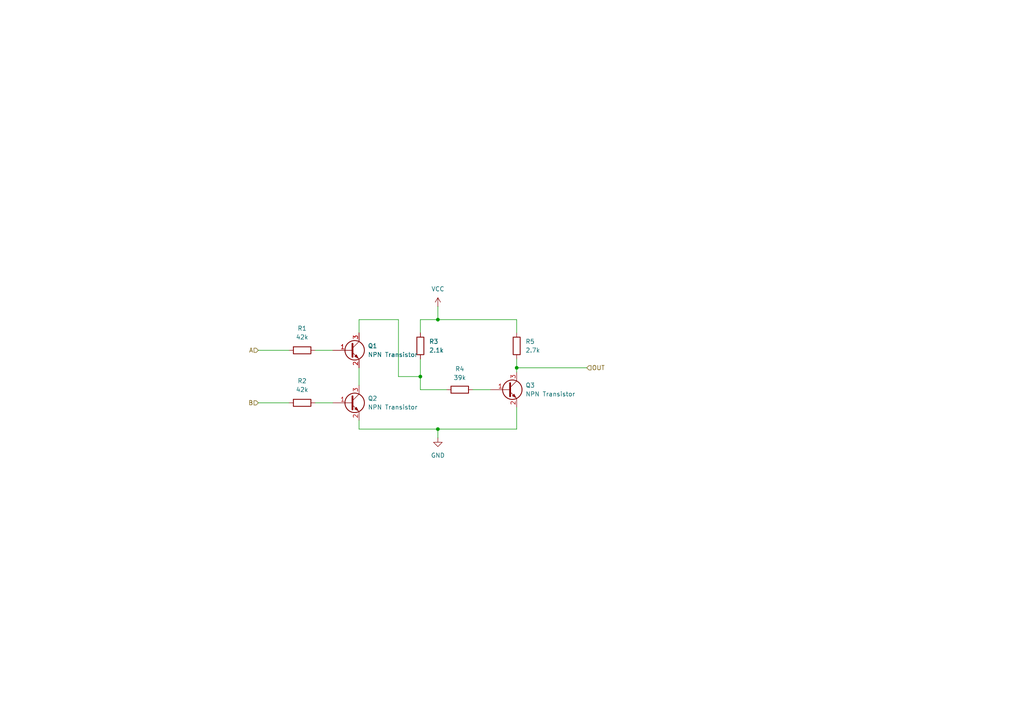
<source format=kicad_sch>
(kicad_sch (version 20231120) (generator "eeschema") (generator_version "8.0")
  (paper "A4")
  (lib_symbols
    (symbol "Device:R" (pin_numbers hide) (pin_names (offset 0))
      (property "Reference" "R" (at 2.032 0 90))
      (property "Value" "R" (at 0 0 90))
      (symbol "R_0_1"
        (rectangle (start -1.016 -2.54) (end 1.016 2.54) (stroke (width 0.254)))
      )
      (symbol "R_1_1"
        (pin passive line (at 0 3.81 270) (length 1.27) (name "~") (number "1"))
        (pin passive line (at 0 -3.81 90) (length 1.27) (name "~") (number "2"))
      )
    )
    (symbol "Transistor_BJT:BC846" (pin_names (offset 0) hide)
      (property "Reference" "Q" (at 5.08 1.905 0))
      (property "Value" "BC846" (at 5.08 0 0))
      (symbol "BC846_0_1"
        (polyline (pts (xy 0.635 0.635) (xy 2.54 2.54)))
        (polyline (pts (xy 0.635 -0.635) (xy 2.54 -2.54) (xy 2.54 -2.54)))
        (polyline (pts (xy 0.635 1.905) (xy 0.635 -1.905) (xy 0.635 -1.905)) (stroke (width 0.508)))
        (polyline (pts (xy 1.27 -1.778) (xy 1.778 -1.27) (xy 2.286 -2.286) (xy 1.27 -1.778) (xy 1.27 -1.778)) (fill (type outline)))
        (circle (center 1.27 0) (radius 2.8194) (stroke (width 0.254)))
      )
      (symbol "BC846_1_1"
        (pin input line (at -5.08 0 0) (length 5.715) (name "B") (number "1"))
        (pin passive line (at 2.54 -5.08 90) (length 2.54) (name "E") (number "2"))
        (pin passive line (at 2.54 5.08 270) (length 2.54) (name "C") (number "3"))
      )
    )
    (symbol "power:GND" (power) (pin_numbers hide) (pin_names (offset 0) hide)
      (property "Value" "GND" (at 0 -3.81 0))
      (symbol "GND_0_1"
        (polyline (pts (xy 0 0) (xy 0 -1.27) (xy 1.27 -1.27) (xy 0 -2.54) (xy -1.27 -1.27) (xy 0 -1.27)))
      )
      (symbol "GND_1_1"
        (pin power_in line (at 0 0 270) (length 0) (name "~") (number "1"))
      )
    )
    (symbol "power:VCC" (power) (pin_numbers hide) (pin_names (offset 0) hide)
      (property "Value" "VCC" (at 0 3.556 0))
      (symbol "VCC_0_1"
        (polyline (pts (xy -0.762 1.27) (xy 0 2.54)))
        (polyline (pts (xy 0 0) (xy 0 2.54)))
        (polyline (pts (xy 0 2.54) (xy 0.762 1.27)))
      )
      (symbol "VCC_1_1"
        (pin power_in line (at 0 0 90) (length 0) (name "~") (number "1"))
      )
    )
  )
  (junction (at 127 124.46))
  (junction (at 149.86 106.68))
  (junction (at 121.92 109.22))
  (junction (at 127 92.71))
  (wire (pts (xy 121.92 92.71) (xy 121.92 96.52)))
  (wire (pts (xy 115.57 109.22) (xy 121.92 109.22)))
  (wire (pts (xy 104.14 106.68) (xy 104.14 111.76)))
  (wire (pts (xy 149.86 106.68) (xy 149.86 107.95)))
  (wire (pts (xy 121.92 109.22) (xy 121.92 104.14)))
  (wire (pts (xy 127 124.46) (xy 104.14 124.46)))
  (wire (pts (xy 115.57 92.71) (xy 115.57 109.22)))
  (wire (pts (xy 74.93 101.6) (xy 83.82 101.6)))
  (wire (pts (xy 127 88.9) (xy 127 92.71)))
  (wire (pts (xy 104.14 92.71) (xy 115.57 92.71)))
  (wire (pts (xy 127 92.71) (xy 149.86 92.71)))
  (wire (pts (xy 104.14 121.92) (xy 104.14 124.46)))
  (wire (pts (xy 137.16 113.03) (xy 142.24 113.03)))
  (wire (pts (xy 149.86 92.71) (xy 149.86 96.52)))
  (wire (pts (xy 127 124.46) (xy 127 127)))
  (wire (pts (xy 91.44 116.84) (xy 96.52 116.84)))
  (wire (pts (xy 121.92 92.71) (xy 127 92.71)))
  (wire (pts (xy 127 124.46) (xy 149.86 124.46)))
  (wire (pts (xy 121.92 113.03) (xy 121.92 109.22)))
  (wire (pts (xy 121.92 113.03) (xy 129.54 113.03)))
  (wire (pts (xy 74.93 116.84) (xy 83.82 116.84)))
  (wire (pts (xy 149.86 106.68) (xy 170.18 106.68)))
  (wire (pts (xy 149.86 104.14) (xy 149.86 106.68)))
  (wire (pts (xy 104.14 96.52) (xy 104.14 92.71)))
  (wire (pts (xy 91.44 101.6) (xy 96.52 101.6)))
  (wire (pts (xy 149.86 124.46) (xy 149.86 118.11)))
  (hierarchical_label "B" (shape input) (at 74.93 116.84 180))
  (hierarchical_label "A" (shape input) (at 74.93 101.6 180))
  (hierarchical_label "OUT" (shape input) (at 170.18 106.68 0))
  (symbol (lib_id "Transistor_BJT:BC846") (at 101.6 116.84 0) (unit 1)
    (property "Reference" "Q2" (at 106.68 115.5699 0) (effects (justify left)))
    (property "Value" "NPN Transistor" (at 106.68 118.1099 0) (effects (justify left)))
    (property "Footprint" "Package_TO_SOT_SMD:SOT-23" (effects (hide yes)))
    (property "Datasheet" "https://jlcpcb.com/partdetail/Jsmsemi-S8050J3Y/C18221467" (effects (hide yes)))
    (property "Description" "C18221467" (effects (hide yes)))
  )
  (symbol (lib_id "Device:R") (at 87.63 116.84 90) (unit 1)
    (property "Reference" "R2" (at 87.63 110.49 90))
    (property "Value" "42k" (at 87.63 113.03 90))
    (property "Footprint" "Resistor_SMD:R_0805_2012Metric" (effects (hide yes)))
    (property "Datasheet" "https://jlcpcb.com/partdetail/Koa_SpeerElec-RK73H2ATTD4122F/C317445" (effects (hide yes)))
    (property "Description" "C317445" (effects (hide yes)))
  )
  (symbol (lib_id "Transistor_BJT:BC846") (at 101.6 101.6 0) (unit 1)
    (property "Reference" "Q1" (at 106.68 100.3299 0) (effects (justify left)))
    (property "Value" "NPN Transistor" (at 106.68 102.8699 0) (effects (justify left)))
    (property "Footprint" "Package_TO_SOT_SMD:SOT-23" (effects (hide yes)))
    (property "Datasheet" "https://jlcpcb.com/partdetail/Jsmsemi-S8050J3Y/C18221467" (effects (hide yes)))
    (property "Description" "C18221467" (effects (hide yes)))
  )
  (symbol (lib_id "power:VCC") (at 127 88.9 0) (unit 1)
    (property "Reference" "#PWR01" (effects (hide yes)))
    (property "Value" "VCC" (at 127 83.82 0))
    (property "Description" "Power symbol creates a global label with name \"VCC\"" (effects (hide yes)))
  )
  (symbol (lib_id "Device:R") (at 149.86 100.33 0) (unit 1)
    (property "Reference" "R5" (at 152.4 99.0599 0) (effects (justify left)))
    (property "Value" "2.7k" (at 152.4 101.5999 0) (effects (justify left)))
    (property "Footprint" "Resistor_SMD:R_0805_2012Metric" (effects (hide yes)))
    (property "Datasheet" "https://jlcpcb.com/partdetail/ta_iTech-RMS10JT272/C912672" (effects (hide yes)))
    (property "Description" "C912672" (effects (hide yes)))
  )
  (symbol (lib_id "Device:R") (at 121.92 100.33 0) (unit 1)
    (property "Reference" "R3" (at 124.46 99.0599 0) (effects (justify left)))
    (property "Value" "2.1k" (at 124.46 101.5999 0) (effects (justify left)))
    (property "Footprint" "Resistor_SMD:R_0805_2012Metric" (effects (hide yes)))
    (property "Datasheet" "https://jlcpcb.com/partdetail/Fojan-FRD0805J202TS/C2934151" (effects (hide yes)))
    (property "Description" "C2934151" (effects (hide yes)))
  )
  (symbol (lib_id "Device:R") (at 133.35 113.03 90) (unit 1)
    (property "Reference" "R4" (at 133.35 107.0045 90))
    (property "Value" "39k" (at 133.35 109.5445 90))
    (property "Footprint" "Resistor_SMD:R_0805_2012Metric" (effects (hide yes)))
    (property "Datasheet" "https://jlcpcb.com/partdetail/ta_iTech-RM10JTN393/C188147" (effects (hide yes)))
    (property "Description" "C188147" (effects (hide yes)))
  )
  (symbol (lib_id "power:GND") (at 127 127 0) (unit 1)
    (property "Reference" "#PWR02" (effects (hide yes)))
    (property "Value" "GND" (at 127 132.08 0))
    (property "Description" "Power symbol creates a global label with name \"GND\" , ground" (effects (hide yes)))
  )
  (symbol (lib_id "Device:R") (at 87.63 101.6 90) (unit 1)
    (property "Reference" "R1" (at 87.63 95.25 90))
    (property "Value" "42k" (at 87.63 97.79 90))
    (property "Footprint" "Resistor_SMD:R_0805_2012Metric" (effects (hide yes)))
    (property "Datasheet" "https://jlcpcb.com/partdetail/Koa_SpeerElec-RK73H2ATTD4122F/C317445" (effects (hide yes)))
    (property "Description" "C317445" (effects (hide yes)))
  )
  (symbol (lib_id "Transistor_BJT:BC846") (at 147.32 113.03 0) (unit 1)
    (property "Reference" "Q3" (at 152.4 111.7599 0) (effects (justify left)))
    (property "Value" "NPN Transistor" (at 152.4 114.2999 0) (effects (justify left)))
    (property "Footprint" "Package_TO_SOT_SMD:SOT-23" (effects (hide yes)))
    (property "Datasheet" "https://jlcpcb.com/partdetail/Jsmsemi-S8050J3Y/C18221467" (effects (hide yes)))
    (property "Description" "C18221467" (effects (hide yes)))
  )
)
</source>
